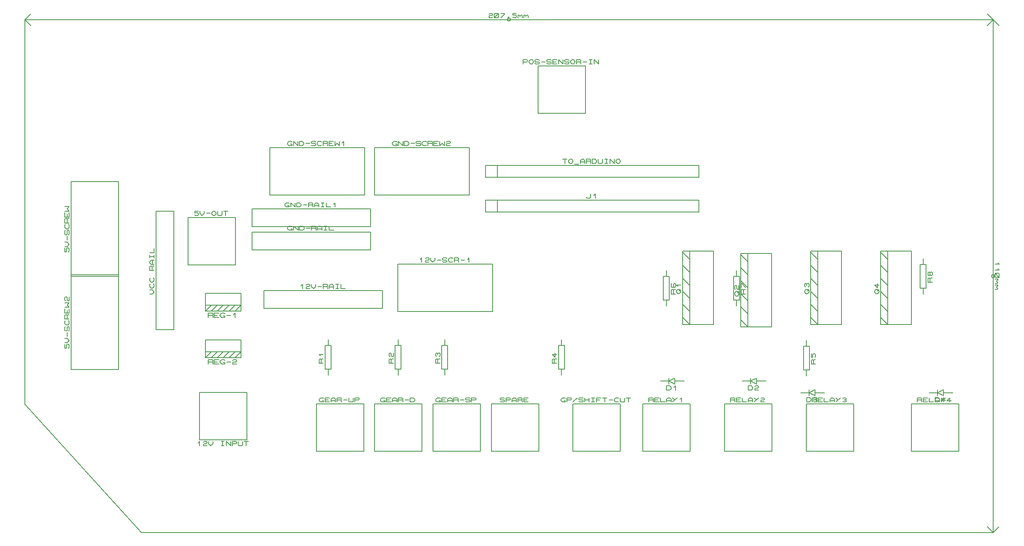
<source format=gbr>
G04 PROTEUS GERBER X2 FILE*
%TF.GenerationSoftware,Labcenter,Proteus,8.7-SP3-Build25561*%
%TF.CreationDate,2020-08-12T13:03:35+00:00*%
%TF.FileFunction,Legend,Top*%
%TF.FilePolarity,Positive*%
%TF.Part,Single*%
%TF.SameCoordinates,{83fe10cb-d733-4169-9c25-5540115bc659}*%
%FSLAX45Y45*%
%MOMM*%
G01*
%TA.AperFunction,Material*%
%ADD19C,0.203200*%
%TA.AperFunction,Profile*%
%ADD18C,0.203200*%
%TA.AperFunction,NonMaterial*%
%ADD70C,0.203200*%
%TD.AperFunction*%
D19*
X-3627000Y+8123000D02*
X+945000Y+8123000D01*
X+945000Y+8377000D01*
X-3627000Y+8377000D01*
X-3627000Y+8123000D01*
X-3373000Y+8377000D02*
X-3373000Y+8123000D01*
X-1976000Y+8509080D02*
X-1880750Y+8509080D01*
X-1928375Y+8509080D02*
X-1928375Y+8417640D01*
X-1849000Y+8478600D02*
X-1817250Y+8509080D01*
X-1785500Y+8509080D01*
X-1753750Y+8478600D01*
X-1753750Y+8448120D01*
X-1785500Y+8417640D01*
X-1817250Y+8417640D01*
X-1849000Y+8448120D01*
X-1849000Y+8478600D01*
X-1722000Y+8402400D02*
X-1626750Y+8402400D01*
X-1595000Y+8417640D02*
X-1595000Y+8478600D01*
X-1563250Y+8509080D01*
X-1531500Y+8509080D01*
X-1499750Y+8478600D01*
X-1499750Y+8417640D01*
X-1595000Y+8448120D02*
X-1499750Y+8448120D01*
X-1468000Y+8417640D02*
X-1468000Y+8509080D01*
X-1388625Y+8509080D01*
X-1372750Y+8493840D01*
X-1372750Y+8478600D01*
X-1388625Y+8463360D01*
X-1468000Y+8463360D01*
X-1388625Y+8463360D02*
X-1372750Y+8448120D01*
X-1372750Y+8417640D01*
X-1341000Y+8417640D02*
X-1341000Y+8509080D01*
X-1277500Y+8509080D01*
X-1245750Y+8478600D01*
X-1245750Y+8448120D01*
X-1277500Y+8417640D01*
X-1341000Y+8417640D01*
X-1214000Y+8509080D02*
X-1214000Y+8432880D01*
X-1198125Y+8417640D01*
X-1134625Y+8417640D01*
X-1118750Y+8432880D01*
X-1118750Y+8509080D01*
X-1071125Y+8509080D02*
X-1007625Y+8509080D01*
X-1039375Y+8509080D02*
X-1039375Y+8417640D01*
X-1071125Y+8417640D02*
X-1007625Y+8417640D01*
X-960000Y+8417640D02*
X-960000Y+8509080D01*
X-864750Y+8417640D01*
X-864750Y+8509080D01*
X-833000Y+8478600D02*
X-801250Y+8509080D01*
X-769500Y+8509080D01*
X-737750Y+8478600D01*
X-737750Y+8448120D01*
X-769500Y+8417640D01*
X-801250Y+8417640D01*
X-833000Y+8448120D01*
X-833000Y+8478600D01*
X-3627000Y+7373000D02*
X+945000Y+7373000D01*
X+945000Y+7627000D01*
X-3627000Y+7627000D01*
X-3627000Y+7373000D01*
X-3373000Y+7627000D02*
X-3373000Y+7373000D01*
X-1468000Y+7698120D02*
X-1468000Y+7682880D01*
X-1452125Y+7667640D01*
X-1388625Y+7667640D01*
X-1372750Y+7682880D01*
X-1372750Y+7759080D01*
X-1309250Y+7728600D02*
X-1277500Y+7759080D01*
X-1277500Y+7667640D01*
X-8738000Y+2492000D02*
X-8738000Y+3508000D01*
X-9754000Y+2492000D02*
X-9754000Y+3508000D01*
X-8738000Y+3508000D02*
X-9754000Y+3508000D01*
X-8738000Y+2492000D02*
X-9754000Y+2492000D01*
X-9785750Y+2420880D02*
X-9754000Y+2451360D01*
X-9754000Y+2359920D01*
X-9674625Y+2436120D02*
X-9658750Y+2451360D01*
X-9611125Y+2451360D01*
X-9595250Y+2436120D01*
X-9595250Y+2420880D01*
X-9611125Y+2405640D01*
X-9658750Y+2405640D01*
X-9674625Y+2390400D01*
X-9674625Y+2359920D01*
X-9595250Y+2359920D01*
X-9563500Y+2451360D02*
X-9563500Y+2405640D01*
X-9515875Y+2359920D01*
X-9468250Y+2405640D01*
X-9468250Y+2451360D01*
X-9293625Y+2451360D02*
X-9230125Y+2451360D01*
X-9261875Y+2451360D02*
X-9261875Y+2359920D01*
X-9293625Y+2359920D02*
X-9230125Y+2359920D01*
X-9182500Y+2359920D02*
X-9182500Y+2451360D01*
X-9087250Y+2359920D01*
X-9087250Y+2451360D01*
X-9055500Y+2359920D02*
X-9055500Y+2451360D01*
X-8976125Y+2451360D01*
X-8960250Y+2436120D01*
X-8960250Y+2420880D01*
X-8976125Y+2405640D01*
X-9055500Y+2405640D01*
X-8928500Y+2451360D02*
X-8928500Y+2375160D01*
X-8912625Y+2359920D01*
X-8849125Y+2359920D01*
X-8833250Y+2375160D01*
X-8833250Y+2451360D01*
X-8801500Y+2451360D02*
X-8706250Y+2451360D01*
X-8753875Y+2451360D02*
X-8753875Y+2359920D01*
X-9631000Y+4373000D02*
X-8869000Y+4373000D01*
X-8869000Y+4627000D01*
X-9631000Y+4627000D01*
X-9631000Y+4373000D01*
X-8869000Y+4373000D02*
X-8869000Y+4246000D01*
X-9631000Y+4246000D01*
X-9631000Y+4373000D01*
X-8869000Y+4373000D02*
X-8996000Y+4246000D01*
X-8996000Y+4373000D02*
X-9123000Y+4246000D01*
X-9123000Y+4373000D02*
X-9250000Y+4246000D01*
X-9250000Y+4373000D02*
X-9377000Y+4246000D01*
X-9377000Y+4373000D02*
X-9504000Y+4246000D01*
X-9504000Y+4373000D02*
X-9631000Y+4246000D01*
X-9567500Y+4113920D02*
X-9567500Y+4205360D01*
X-9488125Y+4205360D01*
X-9472250Y+4190120D01*
X-9472250Y+4174880D01*
X-9488125Y+4159640D01*
X-9567500Y+4159640D01*
X-9488125Y+4159640D02*
X-9472250Y+4144400D01*
X-9472250Y+4113920D01*
X-9345250Y+4113920D02*
X-9440500Y+4113920D01*
X-9440500Y+4205360D01*
X-9345250Y+4205360D01*
X-9440500Y+4159640D02*
X-9377000Y+4159640D01*
X-9250000Y+4144400D02*
X-9218250Y+4144400D01*
X-9218250Y+4113920D01*
X-9281750Y+4113920D01*
X-9313500Y+4144400D01*
X-9313500Y+4174880D01*
X-9281750Y+4205360D01*
X-9234125Y+4205360D01*
X-9218250Y+4190120D01*
X-9170625Y+4159640D02*
X-9091250Y+4159640D01*
X-9043625Y+4190120D02*
X-9027750Y+4205360D01*
X-8980125Y+4205360D01*
X-8964250Y+4190120D01*
X-8964250Y+4174880D01*
X-8980125Y+4159640D01*
X-9027750Y+4159640D01*
X-9043625Y+4144400D01*
X-9043625Y+4113920D01*
X-8964250Y+4113920D01*
X-9631000Y+5373000D02*
X-8869000Y+5373000D01*
X-8869000Y+5627000D01*
X-9631000Y+5627000D01*
X-9631000Y+5373000D01*
X-8869000Y+5373000D02*
X-8869000Y+5246000D01*
X-9631000Y+5246000D01*
X-9631000Y+5373000D01*
X-8869000Y+5373000D02*
X-8996000Y+5246000D01*
X-8996000Y+5373000D02*
X-9123000Y+5246000D01*
X-9123000Y+5373000D02*
X-9250000Y+5246000D01*
X-9250000Y+5373000D02*
X-9377000Y+5246000D01*
X-9377000Y+5373000D02*
X-9504000Y+5246000D01*
X-9504000Y+5373000D02*
X-9631000Y+5246000D01*
X-9567500Y+5113920D02*
X-9567500Y+5205360D01*
X-9488125Y+5205360D01*
X-9472250Y+5190120D01*
X-9472250Y+5174880D01*
X-9488125Y+5159640D01*
X-9567500Y+5159640D01*
X-9488125Y+5159640D02*
X-9472250Y+5144400D01*
X-9472250Y+5113920D01*
X-9345250Y+5113920D02*
X-9440500Y+5113920D01*
X-9440500Y+5205360D01*
X-9345250Y+5205360D01*
X-9440500Y+5159640D02*
X-9377000Y+5159640D01*
X-9250000Y+5144400D02*
X-9218250Y+5144400D01*
X-9218250Y+5113920D01*
X-9281750Y+5113920D01*
X-9313500Y+5144400D01*
X-9313500Y+5174880D01*
X-9281750Y+5205360D01*
X-9234125Y+5205360D01*
X-9218250Y+5190120D01*
X-9170625Y+5159640D02*
X-9091250Y+5159640D01*
X-9027750Y+5174880D02*
X-8996000Y+5205360D01*
X-8996000Y+5113920D01*
X-10690500Y+4849000D02*
X-10309500Y+4849000D01*
X-10309500Y+7389000D01*
X-10690500Y+7389000D01*
X-10690500Y+4849000D01*
X-10822580Y+5611000D02*
X-10776860Y+5611000D01*
X-10731140Y+5658625D01*
X-10776860Y+5706250D01*
X-10822580Y+5706250D01*
X-10746380Y+5833250D02*
X-10731140Y+5817375D01*
X-10731140Y+5769750D01*
X-10761620Y+5738000D01*
X-10792100Y+5738000D01*
X-10822580Y+5769750D01*
X-10822580Y+5817375D01*
X-10807340Y+5833250D01*
X-10746380Y+5960250D02*
X-10731140Y+5944375D01*
X-10731140Y+5896750D01*
X-10761620Y+5865000D01*
X-10792100Y+5865000D01*
X-10822580Y+5896750D01*
X-10822580Y+5944375D01*
X-10807340Y+5960250D01*
X-10731140Y+6119000D02*
X-10822580Y+6119000D01*
X-10822580Y+6198375D01*
X-10807340Y+6214250D01*
X-10792100Y+6214250D01*
X-10776860Y+6198375D01*
X-10776860Y+6119000D01*
X-10776860Y+6198375D02*
X-10761620Y+6214250D01*
X-10731140Y+6214250D01*
X-10731140Y+6246000D02*
X-10792100Y+6246000D01*
X-10822580Y+6277750D01*
X-10822580Y+6309500D01*
X-10792100Y+6341250D01*
X-10731140Y+6341250D01*
X-10761620Y+6246000D02*
X-10761620Y+6341250D01*
X-10822580Y+6388875D02*
X-10822580Y+6452375D01*
X-10822580Y+6420625D02*
X-10731140Y+6420625D01*
X-10731140Y+6388875D02*
X-10731140Y+6452375D01*
X-10822580Y+6500000D02*
X-10731140Y+6500000D01*
X-10731140Y+6595250D01*
X-10004000Y+7258000D02*
X-10004000Y+6242000D01*
X-8988000Y+7258000D02*
X-8988000Y+6242000D01*
X-10004000Y+6242000D02*
X-8988000Y+6242000D01*
X-10004000Y+7258000D02*
X-8988000Y+7258000D01*
X-9781750Y+7390080D02*
X-9861125Y+7390080D01*
X-9861125Y+7359600D01*
X-9797625Y+7359600D01*
X-9781750Y+7344360D01*
X-9781750Y+7313880D01*
X-9797625Y+7298640D01*
X-9845250Y+7298640D01*
X-9861125Y+7313880D01*
X-9750000Y+7390080D02*
X-9750000Y+7344360D01*
X-9702375Y+7298640D01*
X-9654750Y+7344360D01*
X-9654750Y+7390080D01*
X-9607125Y+7344360D02*
X-9527750Y+7344360D01*
X-9496000Y+7359600D02*
X-9464250Y+7390080D01*
X-9432500Y+7390080D01*
X-9400750Y+7359600D01*
X-9400750Y+7329120D01*
X-9432500Y+7298640D01*
X-9464250Y+7298640D01*
X-9496000Y+7329120D01*
X-9496000Y+7359600D01*
X-9369000Y+7390080D02*
X-9369000Y+7313880D01*
X-9353125Y+7298640D01*
X-9289625Y+7298640D01*
X-9273750Y+7313880D01*
X-9273750Y+7390080D01*
X-9242000Y+7390080D02*
X-9146750Y+7390080D01*
X-9194375Y+7390080D02*
X-9194375Y+7298640D01*
X-8377000Y+5309500D02*
X-5837000Y+5309500D01*
X-5837000Y+5690500D01*
X-8377000Y+5690500D01*
X-8377000Y+5309500D01*
X-7583250Y+5792100D02*
X-7551500Y+5822580D01*
X-7551500Y+5731140D01*
X-7472125Y+5807340D02*
X-7456250Y+5822580D01*
X-7408625Y+5822580D01*
X-7392750Y+5807340D01*
X-7392750Y+5792100D01*
X-7408625Y+5776860D01*
X-7456250Y+5776860D01*
X-7472125Y+5761620D01*
X-7472125Y+5731140D01*
X-7392750Y+5731140D01*
X-7361000Y+5822580D02*
X-7361000Y+5776860D01*
X-7313375Y+5731140D01*
X-7265750Y+5776860D01*
X-7265750Y+5822580D01*
X-7218125Y+5776860D02*
X-7138750Y+5776860D01*
X-7107000Y+5731140D02*
X-7107000Y+5822580D01*
X-7027625Y+5822580D01*
X-7011750Y+5807340D01*
X-7011750Y+5792100D01*
X-7027625Y+5776860D01*
X-7107000Y+5776860D01*
X-7027625Y+5776860D02*
X-7011750Y+5761620D01*
X-7011750Y+5731140D01*
X-6980000Y+5731140D02*
X-6980000Y+5792100D01*
X-6948250Y+5822580D01*
X-6916500Y+5822580D01*
X-6884750Y+5792100D01*
X-6884750Y+5731140D01*
X-6980000Y+5761620D02*
X-6884750Y+5761620D01*
X-6837125Y+5822580D02*
X-6773625Y+5822580D01*
X-6805375Y+5822580D02*
X-6805375Y+5731140D01*
X-6837125Y+5731140D02*
X-6773625Y+5731140D01*
X-6726000Y+5822580D02*
X-6726000Y+5731140D01*
X-6630750Y+5731140D01*
X-7254000Y+3258000D02*
X-7254000Y+2242000D01*
X-6238000Y+3258000D02*
X-6238000Y+2242000D01*
X-7254000Y+2242000D02*
X-6238000Y+2242000D01*
X-7254000Y+3258000D02*
X-6238000Y+3258000D01*
X-7127000Y+3329120D02*
X-7095250Y+3329120D01*
X-7095250Y+3298640D01*
X-7158750Y+3298640D01*
X-7190500Y+3329120D01*
X-7190500Y+3359600D01*
X-7158750Y+3390080D01*
X-7111125Y+3390080D01*
X-7095250Y+3374840D01*
X-6968250Y+3298640D02*
X-7063500Y+3298640D01*
X-7063500Y+3390080D01*
X-6968250Y+3390080D01*
X-7063500Y+3344360D02*
X-7000000Y+3344360D01*
X-6936500Y+3298640D02*
X-6936500Y+3359600D01*
X-6904750Y+3390080D01*
X-6873000Y+3390080D01*
X-6841250Y+3359600D01*
X-6841250Y+3298640D01*
X-6936500Y+3329120D02*
X-6841250Y+3329120D01*
X-6809500Y+3298640D02*
X-6809500Y+3390080D01*
X-6730125Y+3390080D01*
X-6714250Y+3374840D01*
X-6714250Y+3359600D01*
X-6730125Y+3344360D01*
X-6809500Y+3344360D01*
X-6730125Y+3344360D02*
X-6714250Y+3329120D01*
X-6714250Y+3298640D01*
X-6666625Y+3344360D02*
X-6587250Y+3344360D01*
X-6555500Y+3390080D02*
X-6555500Y+3313880D01*
X-6539625Y+3298640D01*
X-6476125Y+3298640D01*
X-6460250Y+3313880D01*
X-6460250Y+3390080D01*
X-6428500Y+3298640D02*
X-6428500Y+3390080D01*
X-6349125Y+3390080D01*
X-6333250Y+3374840D01*
X-6333250Y+3359600D01*
X-6349125Y+3344360D01*
X-6428500Y+3344360D01*
X-6004000Y+3258000D02*
X-6004000Y+2242000D01*
X-4988000Y+3258000D02*
X-4988000Y+2242000D01*
X-6004000Y+2242000D02*
X-4988000Y+2242000D01*
X-6004000Y+3258000D02*
X-4988000Y+3258000D01*
X-5813500Y+3329120D02*
X-5781750Y+3329120D01*
X-5781750Y+3298640D01*
X-5845250Y+3298640D01*
X-5877000Y+3329120D01*
X-5877000Y+3359600D01*
X-5845250Y+3390080D01*
X-5797625Y+3390080D01*
X-5781750Y+3374840D01*
X-5654750Y+3298640D02*
X-5750000Y+3298640D01*
X-5750000Y+3390080D01*
X-5654750Y+3390080D01*
X-5750000Y+3344360D02*
X-5686500Y+3344360D01*
X-5623000Y+3298640D02*
X-5623000Y+3359600D01*
X-5591250Y+3390080D01*
X-5559500Y+3390080D01*
X-5527750Y+3359600D01*
X-5527750Y+3298640D01*
X-5623000Y+3329120D02*
X-5527750Y+3329120D01*
X-5496000Y+3298640D02*
X-5496000Y+3390080D01*
X-5416625Y+3390080D01*
X-5400750Y+3374840D01*
X-5400750Y+3359600D01*
X-5416625Y+3344360D01*
X-5496000Y+3344360D01*
X-5416625Y+3344360D02*
X-5400750Y+3329120D01*
X-5400750Y+3298640D01*
X-5353125Y+3344360D02*
X-5273750Y+3344360D01*
X-5242000Y+3298640D02*
X-5242000Y+3390080D01*
X-5178500Y+3390080D01*
X-5146750Y+3359600D01*
X-5146750Y+3329120D01*
X-5178500Y+3298640D01*
X-5242000Y+3298640D01*
X-4754000Y+3258000D02*
X-4754000Y+2242000D01*
X-3738000Y+3258000D02*
X-3738000Y+2242000D01*
X-4754000Y+2242000D02*
X-3738000Y+2242000D01*
X-4754000Y+3258000D02*
X-3738000Y+3258000D01*
X-4627000Y+3329120D02*
X-4595250Y+3329120D01*
X-4595250Y+3298640D01*
X-4658750Y+3298640D01*
X-4690500Y+3329120D01*
X-4690500Y+3359600D01*
X-4658750Y+3390080D01*
X-4611125Y+3390080D01*
X-4595250Y+3374840D01*
X-4468250Y+3298640D02*
X-4563500Y+3298640D01*
X-4563500Y+3390080D01*
X-4468250Y+3390080D01*
X-4563500Y+3344360D02*
X-4500000Y+3344360D01*
X-4436500Y+3298640D02*
X-4436500Y+3359600D01*
X-4404750Y+3390080D01*
X-4373000Y+3390080D01*
X-4341250Y+3359600D01*
X-4341250Y+3298640D01*
X-4436500Y+3329120D02*
X-4341250Y+3329120D01*
X-4309500Y+3298640D02*
X-4309500Y+3390080D01*
X-4230125Y+3390080D01*
X-4214250Y+3374840D01*
X-4214250Y+3359600D01*
X-4230125Y+3344360D01*
X-4309500Y+3344360D01*
X-4230125Y+3344360D02*
X-4214250Y+3329120D01*
X-4214250Y+3298640D01*
X-4166625Y+3344360D02*
X-4087250Y+3344360D01*
X-4055500Y+3313880D02*
X-4039625Y+3298640D01*
X-3976125Y+3298640D01*
X-3960250Y+3313880D01*
X-3960250Y+3329120D01*
X-3976125Y+3344360D01*
X-4039625Y+3344360D01*
X-4055500Y+3359600D01*
X-4055500Y+3374840D01*
X-4039625Y+3390080D01*
X-3976125Y+3390080D01*
X-3960250Y+3374840D01*
X-3928500Y+3298640D02*
X-3928500Y+3390080D01*
X-3849125Y+3390080D01*
X-3833250Y+3374840D01*
X-3833250Y+3359600D01*
X-3849125Y+3344360D01*
X-3928500Y+3344360D01*
X-8627000Y+6559500D02*
X-6087000Y+6559500D01*
X-6087000Y+6940500D01*
X-8627000Y+6940500D01*
X-8627000Y+6559500D01*
X-7801500Y+7011620D02*
X-7769750Y+7011620D01*
X-7769750Y+6981140D01*
X-7833250Y+6981140D01*
X-7865000Y+7011620D01*
X-7865000Y+7042100D01*
X-7833250Y+7072580D01*
X-7785625Y+7072580D01*
X-7769750Y+7057340D01*
X-7738000Y+6981140D02*
X-7738000Y+7072580D01*
X-7642750Y+6981140D01*
X-7642750Y+7072580D01*
X-7611000Y+6981140D02*
X-7611000Y+7072580D01*
X-7547500Y+7072580D01*
X-7515750Y+7042100D01*
X-7515750Y+7011620D01*
X-7547500Y+6981140D01*
X-7611000Y+6981140D01*
X-7468125Y+7026860D02*
X-7388750Y+7026860D01*
X-7357000Y+6981140D02*
X-7357000Y+7072580D01*
X-7277625Y+7072580D01*
X-7261750Y+7057340D01*
X-7261750Y+7042100D01*
X-7277625Y+7026860D01*
X-7357000Y+7026860D01*
X-7277625Y+7026860D02*
X-7261750Y+7011620D01*
X-7261750Y+6981140D01*
X-7230000Y+6981140D02*
X-7230000Y+7042100D01*
X-7198250Y+7072580D01*
X-7166500Y+7072580D01*
X-7134750Y+7042100D01*
X-7134750Y+6981140D01*
X-7230000Y+7011620D02*
X-7134750Y+7011620D01*
X-7087125Y+7072580D02*
X-7023625Y+7072580D01*
X-7055375Y+7072580D02*
X-7055375Y+6981140D01*
X-7087125Y+6981140D02*
X-7023625Y+6981140D01*
X-6976000Y+7072580D02*
X-6976000Y+6981140D01*
X-6880750Y+6981140D01*
X-8627000Y+7059500D02*
X-6087000Y+7059500D01*
X-6087000Y+7440500D01*
X-8627000Y+7440500D01*
X-8627000Y+7059500D01*
X-7865000Y+7511620D02*
X-7833250Y+7511620D01*
X-7833250Y+7481140D01*
X-7896750Y+7481140D01*
X-7928500Y+7511620D01*
X-7928500Y+7542100D01*
X-7896750Y+7572580D01*
X-7849125Y+7572580D01*
X-7833250Y+7557340D01*
X-7801500Y+7481140D02*
X-7801500Y+7572580D01*
X-7706250Y+7481140D01*
X-7706250Y+7572580D01*
X-7674500Y+7481140D02*
X-7674500Y+7572580D01*
X-7611000Y+7572580D01*
X-7579250Y+7542100D01*
X-7579250Y+7511620D01*
X-7611000Y+7481140D01*
X-7674500Y+7481140D01*
X-7531625Y+7526860D02*
X-7452250Y+7526860D01*
X-7420500Y+7481140D02*
X-7420500Y+7572580D01*
X-7341125Y+7572580D01*
X-7325250Y+7557340D01*
X-7325250Y+7542100D01*
X-7341125Y+7526860D01*
X-7420500Y+7526860D01*
X-7341125Y+7526860D02*
X-7325250Y+7511620D01*
X-7325250Y+7481140D01*
X-7293500Y+7481140D02*
X-7293500Y+7542100D01*
X-7261750Y+7572580D01*
X-7230000Y+7572580D01*
X-7198250Y+7542100D01*
X-7198250Y+7481140D01*
X-7293500Y+7511620D02*
X-7198250Y+7511620D01*
X-7150625Y+7572580D02*
X-7087125Y+7572580D01*
X-7118875Y+7572580D02*
X-7118875Y+7481140D01*
X-7150625Y+7481140D02*
X-7087125Y+7481140D01*
X-7039500Y+7572580D02*
X-7039500Y+7481140D01*
X-6944250Y+7481140D01*
X-6880750Y+7542100D02*
X-6849000Y+7572580D01*
X-6849000Y+7481140D01*
X-1754000Y+3258000D02*
X-1754000Y+2242000D01*
X-738000Y+3258000D02*
X-738000Y+2242000D01*
X-1754000Y+2242000D02*
X-738000Y+2242000D01*
X-1754000Y+3258000D02*
X-738000Y+3258000D01*
X-1944500Y+3329120D02*
X-1912750Y+3329120D01*
X-1912750Y+3298640D01*
X-1976250Y+3298640D01*
X-2008000Y+3329120D01*
X-2008000Y+3359600D01*
X-1976250Y+3390080D01*
X-1928625Y+3390080D01*
X-1912750Y+3374840D01*
X-1881000Y+3298640D02*
X-1881000Y+3390080D01*
X-1801625Y+3390080D01*
X-1785750Y+3374840D01*
X-1785750Y+3359600D01*
X-1801625Y+3344360D01*
X-1881000Y+3344360D01*
X-1658750Y+3390080D02*
X-1754000Y+3298640D01*
X-1627000Y+3313880D02*
X-1611125Y+3298640D01*
X-1547625Y+3298640D01*
X-1531750Y+3313880D01*
X-1531750Y+3329120D01*
X-1547625Y+3344360D01*
X-1611125Y+3344360D01*
X-1627000Y+3359600D01*
X-1627000Y+3374840D01*
X-1611125Y+3390080D01*
X-1547625Y+3390080D01*
X-1531750Y+3374840D01*
X-1500000Y+3298640D02*
X-1500000Y+3390080D01*
X-1404750Y+3390080D02*
X-1404750Y+3298640D01*
X-1500000Y+3344360D02*
X-1404750Y+3344360D01*
X-1357125Y+3390080D02*
X-1293625Y+3390080D01*
X-1325375Y+3390080D02*
X-1325375Y+3298640D01*
X-1357125Y+3298640D02*
X-1293625Y+3298640D01*
X-1246000Y+3298640D02*
X-1246000Y+3390080D01*
X-1150750Y+3390080D01*
X-1246000Y+3344360D02*
X-1182500Y+3344360D01*
X-1119000Y+3390080D02*
X-1023750Y+3390080D01*
X-1071375Y+3390080D02*
X-1071375Y+3298640D01*
X-976125Y+3344360D02*
X-896750Y+3344360D01*
X-769750Y+3313880D02*
X-785625Y+3298640D01*
X-833250Y+3298640D01*
X-865000Y+3329120D01*
X-865000Y+3359600D01*
X-833250Y+3390080D01*
X-785625Y+3390080D01*
X-769750Y+3374840D01*
X-738000Y+3390080D02*
X-738000Y+3313880D01*
X-722125Y+3298640D01*
X-658625Y+3298640D01*
X-642750Y+3313880D01*
X-642750Y+3390080D01*
X-611000Y+3390080D02*
X-515750Y+3390080D01*
X-563375Y+3390080D02*
X-563375Y+3298640D01*
X-6004000Y+8758000D02*
X-6004000Y+7742000D01*
X-3972000Y+8758000D02*
X-3972000Y+7742000D01*
X-6004000Y+7742000D01*
X-6004000Y+8758000D02*
X-3972000Y+8758000D01*
X-5559500Y+8829120D02*
X-5527750Y+8829120D01*
X-5527750Y+8798640D01*
X-5591250Y+8798640D01*
X-5623000Y+8829120D01*
X-5623000Y+8859600D01*
X-5591250Y+8890080D01*
X-5543625Y+8890080D01*
X-5527750Y+8874840D01*
X-5496000Y+8798640D02*
X-5496000Y+8890080D01*
X-5400750Y+8798640D01*
X-5400750Y+8890080D01*
X-5369000Y+8798640D02*
X-5369000Y+8890080D01*
X-5305500Y+8890080D01*
X-5273750Y+8859600D01*
X-5273750Y+8829120D01*
X-5305500Y+8798640D01*
X-5369000Y+8798640D01*
X-5226125Y+8844360D02*
X-5146750Y+8844360D01*
X-5115000Y+8813880D02*
X-5099125Y+8798640D01*
X-5035625Y+8798640D01*
X-5019750Y+8813880D01*
X-5019750Y+8829120D01*
X-5035625Y+8844360D01*
X-5099125Y+8844360D01*
X-5115000Y+8859600D01*
X-5115000Y+8874840D01*
X-5099125Y+8890080D01*
X-5035625Y+8890080D01*
X-5019750Y+8874840D01*
X-4892750Y+8813880D02*
X-4908625Y+8798640D01*
X-4956250Y+8798640D01*
X-4988000Y+8829120D01*
X-4988000Y+8859600D01*
X-4956250Y+8890080D01*
X-4908625Y+8890080D01*
X-4892750Y+8874840D01*
X-4861000Y+8798640D02*
X-4861000Y+8890080D01*
X-4781625Y+8890080D01*
X-4765750Y+8874840D01*
X-4765750Y+8859600D01*
X-4781625Y+8844360D01*
X-4861000Y+8844360D01*
X-4781625Y+8844360D02*
X-4765750Y+8829120D01*
X-4765750Y+8798640D01*
X-4638750Y+8798640D02*
X-4734000Y+8798640D01*
X-4734000Y+8890080D01*
X-4638750Y+8890080D01*
X-4734000Y+8844360D02*
X-4670500Y+8844360D01*
X-4607000Y+8890080D02*
X-4607000Y+8798640D01*
X-4559375Y+8844360D01*
X-4511750Y+8798640D01*
X-4511750Y+8890080D01*
X-4464125Y+8874840D02*
X-4448250Y+8890080D01*
X-4400625Y+8890080D01*
X-4384750Y+8874840D01*
X-4384750Y+8859600D01*
X-4400625Y+8844360D01*
X-4448250Y+8844360D01*
X-4464125Y+8829120D01*
X-4464125Y+8798640D01*
X-4384750Y+8798640D01*
X-8254000Y+8758000D02*
X-8254000Y+7742000D01*
X-6222000Y+8758000D02*
X-6222000Y+7742000D01*
X-8254000Y+7742000D01*
X-8254000Y+8758000D02*
X-6222000Y+8758000D01*
X-7809500Y+8829120D02*
X-7777750Y+8829120D01*
X-7777750Y+8798640D01*
X-7841250Y+8798640D01*
X-7873000Y+8829120D01*
X-7873000Y+8859600D01*
X-7841250Y+8890080D01*
X-7793625Y+8890080D01*
X-7777750Y+8874840D01*
X-7746000Y+8798640D02*
X-7746000Y+8890080D01*
X-7650750Y+8798640D01*
X-7650750Y+8890080D01*
X-7619000Y+8798640D02*
X-7619000Y+8890080D01*
X-7555500Y+8890080D01*
X-7523750Y+8859600D01*
X-7523750Y+8829120D01*
X-7555500Y+8798640D01*
X-7619000Y+8798640D01*
X-7476125Y+8844360D02*
X-7396750Y+8844360D01*
X-7365000Y+8813880D02*
X-7349125Y+8798640D01*
X-7285625Y+8798640D01*
X-7269750Y+8813880D01*
X-7269750Y+8829120D01*
X-7285625Y+8844360D01*
X-7349125Y+8844360D01*
X-7365000Y+8859600D01*
X-7365000Y+8874840D01*
X-7349125Y+8890080D01*
X-7285625Y+8890080D01*
X-7269750Y+8874840D01*
X-7142750Y+8813880D02*
X-7158625Y+8798640D01*
X-7206250Y+8798640D01*
X-7238000Y+8829120D01*
X-7238000Y+8859600D01*
X-7206250Y+8890080D01*
X-7158625Y+8890080D01*
X-7142750Y+8874840D01*
X-7111000Y+8798640D02*
X-7111000Y+8890080D01*
X-7031625Y+8890080D01*
X-7015750Y+8874840D01*
X-7015750Y+8859600D01*
X-7031625Y+8844360D01*
X-7111000Y+8844360D01*
X-7031625Y+8844360D02*
X-7015750Y+8829120D01*
X-7015750Y+8798640D01*
X-6888750Y+8798640D02*
X-6984000Y+8798640D01*
X-6984000Y+8890080D01*
X-6888750Y+8890080D01*
X-6984000Y+8844360D02*
X-6920500Y+8844360D01*
X-6857000Y+8890080D02*
X-6857000Y+8798640D01*
X-6809375Y+8844360D01*
X-6761750Y+8798640D01*
X-6761750Y+8890080D01*
X-6698250Y+8859600D02*
X-6666500Y+8890080D01*
X-6666500Y+8798640D01*
X-12508000Y+5996000D02*
X-11492000Y+5996000D01*
X-12508000Y+8028000D02*
X-11492000Y+8028000D01*
X-11492000Y+5996000D01*
X-12508000Y+5996000D02*
X-12508000Y+8028000D01*
X-12640080Y+6599250D02*
X-12640080Y+6519875D01*
X-12609600Y+6519875D01*
X-12609600Y+6583375D01*
X-12594360Y+6599250D01*
X-12563880Y+6599250D01*
X-12548640Y+6583375D01*
X-12548640Y+6535750D01*
X-12563880Y+6519875D01*
X-12640080Y+6631000D02*
X-12594360Y+6631000D01*
X-12548640Y+6678625D01*
X-12594360Y+6726250D01*
X-12640080Y+6726250D01*
X-12594360Y+6773875D02*
X-12594360Y+6853250D01*
X-12563880Y+6885000D02*
X-12548640Y+6900875D01*
X-12548640Y+6964375D01*
X-12563880Y+6980250D01*
X-12579120Y+6980250D01*
X-12594360Y+6964375D01*
X-12594360Y+6900875D01*
X-12609600Y+6885000D01*
X-12624840Y+6885000D01*
X-12640080Y+6900875D01*
X-12640080Y+6964375D01*
X-12624840Y+6980250D01*
X-12563880Y+7107250D02*
X-12548640Y+7091375D01*
X-12548640Y+7043750D01*
X-12579120Y+7012000D01*
X-12609600Y+7012000D01*
X-12640080Y+7043750D01*
X-12640080Y+7091375D01*
X-12624840Y+7107250D01*
X-12548640Y+7139000D02*
X-12640080Y+7139000D01*
X-12640080Y+7218375D01*
X-12624840Y+7234250D01*
X-12609600Y+7234250D01*
X-12594360Y+7218375D01*
X-12594360Y+7139000D01*
X-12594360Y+7218375D02*
X-12579120Y+7234250D01*
X-12548640Y+7234250D01*
X-12548640Y+7361250D02*
X-12548640Y+7266000D01*
X-12640080Y+7266000D01*
X-12640080Y+7361250D01*
X-12594360Y+7266000D02*
X-12594360Y+7329500D01*
X-12640080Y+7393000D02*
X-12548640Y+7393000D01*
X-12594360Y+7440625D01*
X-12548640Y+7488250D01*
X-12640080Y+7488250D01*
X-12508000Y+3996000D02*
X-11492000Y+3996000D01*
X-12508000Y+6028000D02*
X-11492000Y+6028000D01*
X-11492000Y+3996000D01*
X-12508000Y+3996000D02*
X-12508000Y+6028000D01*
X-12640080Y+4535750D02*
X-12640080Y+4456375D01*
X-12609600Y+4456375D01*
X-12609600Y+4519875D01*
X-12594360Y+4535750D01*
X-12563880Y+4535750D01*
X-12548640Y+4519875D01*
X-12548640Y+4472250D01*
X-12563880Y+4456375D01*
X-12640080Y+4567500D02*
X-12594360Y+4567500D01*
X-12548640Y+4615125D01*
X-12594360Y+4662750D01*
X-12640080Y+4662750D01*
X-12594360Y+4710375D02*
X-12594360Y+4789750D01*
X-12563880Y+4821500D02*
X-12548640Y+4837375D01*
X-12548640Y+4900875D01*
X-12563880Y+4916750D01*
X-12579120Y+4916750D01*
X-12594360Y+4900875D01*
X-12594360Y+4837375D01*
X-12609600Y+4821500D01*
X-12624840Y+4821500D01*
X-12640080Y+4837375D01*
X-12640080Y+4900875D01*
X-12624840Y+4916750D01*
X-12563880Y+5043750D02*
X-12548640Y+5027875D01*
X-12548640Y+4980250D01*
X-12579120Y+4948500D01*
X-12609600Y+4948500D01*
X-12640080Y+4980250D01*
X-12640080Y+5027875D01*
X-12624840Y+5043750D01*
X-12548640Y+5075500D02*
X-12640080Y+5075500D01*
X-12640080Y+5154875D01*
X-12624840Y+5170750D01*
X-12609600Y+5170750D01*
X-12594360Y+5154875D01*
X-12594360Y+5075500D01*
X-12594360Y+5154875D02*
X-12579120Y+5170750D01*
X-12548640Y+5170750D01*
X-12548640Y+5297750D02*
X-12548640Y+5202500D01*
X-12640080Y+5202500D01*
X-12640080Y+5297750D01*
X-12594360Y+5202500D02*
X-12594360Y+5266000D01*
X-12640080Y+5329500D02*
X-12548640Y+5329500D01*
X-12594360Y+5377125D01*
X-12548640Y+5424750D01*
X-12640080Y+5424750D01*
X-12624840Y+5472375D02*
X-12640080Y+5488250D01*
X-12640080Y+5535875D01*
X-12624840Y+5551750D01*
X-12609600Y+5551750D01*
X-12594360Y+5535875D01*
X-12594360Y+5488250D01*
X-12579120Y+5472375D01*
X-12548640Y+5472375D01*
X-12548640Y+5551750D01*
X-2504000Y+10508000D02*
X-2504000Y+9492000D01*
X-1488000Y+10508000D02*
X-1488000Y+9492000D01*
X-2504000Y+9492000D02*
X-1488000Y+9492000D01*
X-2504000Y+10508000D02*
X-1488000Y+10508000D01*
X-2821500Y+10548640D02*
X-2821500Y+10640080D01*
X-2742125Y+10640080D01*
X-2726250Y+10624840D01*
X-2726250Y+10609600D01*
X-2742125Y+10594360D01*
X-2821500Y+10594360D01*
X-2694500Y+10609600D02*
X-2662750Y+10640080D01*
X-2631000Y+10640080D01*
X-2599250Y+10609600D01*
X-2599250Y+10579120D01*
X-2631000Y+10548640D01*
X-2662750Y+10548640D01*
X-2694500Y+10579120D01*
X-2694500Y+10609600D01*
X-2567500Y+10563880D02*
X-2551625Y+10548640D01*
X-2488125Y+10548640D01*
X-2472250Y+10563880D01*
X-2472250Y+10579120D01*
X-2488125Y+10594360D01*
X-2551625Y+10594360D01*
X-2567500Y+10609600D01*
X-2567500Y+10624840D01*
X-2551625Y+10640080D01*
X-2488125Y+10640080D01*
X-2472250Y+10624840D01*
X-2424625Y+10594360D02*
X-2345250Y+10594360D01*
X-2313500Y+10563880D02*
X-2297625Y+10548640D01*
X-2234125Y+10548640D01*
X-2218250Y+10563880D01*
X-2218250Y+10579120D01*
X-2234125Y+10594360D01*
X-2297625Y+10594360D01*
X-2313500Y+10609600D01*
X-2313500Y+10624840D01*
X-2297625Y+10640080D01*
X-2234125Y+10640080D01*
X-2218250Y+10624840D01*
X-2091250Y+10548640D02*
X-2186500Y+10548640D01*
X-2186500Y+10640080D01*
X-2091250Y+10640080D01*
X-2186500Y+10594360D02*
X-2123000Y+10594360D01*
X-2059500Y+10548640D02*
X-2059500Y+10640080D01*
X-1964250Y+10548640D01*
X-1964250Y+10640080D01*
X-1932500Y+10563880D02*
X-1916625Y+10548640D01*
X-1853125Y+10548640D01*
X-1837250Y+10563880D01*
X-1837250Y+10579120D01*
X-1853125Y+10594360D01*
X-1916625Y+10594360D01*
X-1932500Y+10609600D01*
X-1932500Y+10624840D01*
X-1916625Y+10640080D01*
X-1853125Y+10640080D01*
X-1837250Y+10624840D01*
X-1805500Y+10609600D02*
X-1773750Y+10640080D01*
X-1742000Y+10640080D01*
X-1710250Y+10609600D01*
X-1710250Y+10579120D01*
X-1742000Y+10548640D01*
X-1773750Y+10548640D01*
X-1805500Y+10579120D01*
X-1805500Y+10609600D01*
X-1678500Y+10548640D02*
X-1678500Y+10640080D01*
X-1599125Y+10640080D01*
X-1583250Y+10624840D01*
X-1583250Y+10609600D01*
X-1599125Y+10594360D01*
X-1678500Y+10594360D01*
X-1599125Y+10594360D02*
X-1583250Y+10579120D01*
X-1583250Y+10548640D01*
X-1535625Y+10594360D02*
X-1456250Y+10594360D01*
X-1408625Y+10640080D02*
X-1345125Y+10640080D01*
X-1376875Y+10640080D02*
X-1376875Y+10548640D01*
X-1408625Y+10548640D02*
X-1345125Y+10548640D01*
X-1297500Y+10548640D02*
X-1297500Y+10640080D01*
X-1202250Y+10548640D01*
X-1202250Y+10640080D01*
X-7000000Y+3877000D02*
X-7000000Y+4004000D01*
X-7063500Y+4004000D02*
X-6936500Y+4004000D01*
X-6936500Y+4512000D01*
X-7063500Y+4512000D01*
X-7063500Y+4004000D01*
X-7000000Y+4512000D02*
X-7000000Y+4639000D01*
X-7104140Y+4131000D02*
X-7195580Y+4131000D01*
X-7195580Y+4210375D01*
X-7180340Y+4226250D01*
X-7165100Y+4226250D01*
X-7149860Y+4210375D01*
X-7149860Y+4131000D01*
X-7149860Y+4210375D02*
X-7134620Y+4226250D01*
X-7104140Y+4226250D01*
X-7165100Y+4289750D02*
X-7195580Y+4321500D01*
X-7104140Y+4321500D01*
X-5500000Y+3877000D02*
X-5500000Y+4004000D01*
X-5563500Y+4004000D02*
X-5436500Y+4004000D01*
X-5436500Y+4512000D01*
X-5563500Y+4512000D01*
X-5563500Y+4004000D01*
X-5500000Y+4512000D02*
X-5500000Y+4639000D01*
X-5604140Y+4131000D02*
X-5695580Y+4131000D01*
X-5695580Y+4210375D01*
X-5680340Y+4226250D01*
X-5665100Y+4226250D01*
X-5649860Y+4210375D01*
X-5649860Y+4131000D01*
X-5649860Y+4210375D02*
X-5634620Y+4226250D01*
X-5604140Y+4226250D01*
X-5680340Y+4273875D02*
X-5695580Y+4289750D01*
X-5695580Y+4337375D01*
X-5680340Y+4353250D01*
X-5665100Y+4353250D01*
X-5649860Y+4337375D01*
X-5649860Y+4289750D01*
X-5634620Y+4273875D01*
X-5604140Y+4273875D01*
X-5604140Y+4353250D01*
X-4500000Y+3877000D02*
X-4500000Y+4004000D01*
X-4563500Y+4004000D02*
X-4436500Y+4004000D01*
X-4436500Y+4512000D01*
X-4563500Y+4512000D01*
X-4563500Y+4004000D01*
X-4500000Y+4512000D02*
X-4500000Y+4639000D01*
X-4604140Y+4131000D02*
X-4695580Y+4131000D01*
X-4695580Y+4210375D01*
X-4680340Y+4226250D01*
X-4665100Y+4226250D01*
X-4649860Y+4210375D01*
X-4649860Y+4131000D01*
X-4649860Y+4210375D02*
X-4634620Y+4226250D01*
X-4604140Y+4226250D01*
X-4680340Y+4273875D02*
X-4695580Y+4289750D01*
X-4695580Y+4337375D01*
X-4680340Y+4353250D01*
X-4665100Y+4353250D01*
X-4649860Y+4337375D01*
X-4634620Y+4353250D01*
X-4619380Y+4353250D01*
X-4604140Y+4337375D01*
X-4604140Y+4289750D01*
X-4619380Y+4273875D01*
X-4649860Y+4305625D02*
X-4649860Y+4337375D01*
X-3504000Y+3258000D02*
X-3504000Y+2242000D01*
X-2488000Y+3258000D02*
X-2488000Y+2242000D01*
X-3504000Y+2242000D02*
X-2488000Y+2242000D01*
X-3504000Y+3258000D02*
X-2488000Y+3258000D01*
X-3313500Y+3313880D02*
X-3297625Y+3298640D01*
X-3234125Y+3298640D01*
X-3218250Y+3313880D01*
X-3218250Y+3329120D01*
X-3234125Y+3344360D01*
X-3297625Y+3344360D01*
X-3313500Y+3359600D01*
X-3313500Y+3374840D01*
X-3297625Y+3390080D01*
X-3234125Y+3390080D01*
X-3218250Y+3374840D01*
X-3186500Y+3298640D02*
X-3186500Y+3390080D01*
X-3107125Y+3390080D01*
X-3091250Y+3374840D01*
X-3091250Y+3359600D01*
X-3107125Y+3344360D01*
X-3186500Y+3344360D01*
X-3059500Y+3298640D02*
X-3059500Y+3359600D01*
X-3027750Y+3390080D01*
X-2996000Y+3390080D01*
X-2964250Y+3359600D01*
X-2964250Y+3298640D01*
X-3059500Y+3329120D02*
X-2964250Y+3329120D01*
X-2932500Y+3298640D02*
X-2932500Y+3390080D01*
X-2853125Y+3390080D01*
X-2837250Y+3374840D01*
X-2837250Y+3359600D01*
X-2853125Y+3344360D01*
X-2932500Y+3344360D01*
X-2853125Y+3344360D02*
X-2837250Y+3329120D01*
X-2837250Y+3298640D01*
X-2710250Y+3298640D02*
X-2805500Y+3298640D01*
X-2805500Y+3390080D01*
X-2710250Y+3390080D01*
X-2805500Y+3344360D02*
X-2742000Y+3344360D01*
X-2000000Y+3877000D02*
X-2000000Y+4004000D01*
X-2063500Y+4004000D02*
X-1936500Y+4004000D01*
X-1936500Y+4512000D01*
X-2063500Y+4512000D01*
X-2063500Y+4004000D01*
X-2000000Y+4512000D02*
X-2000000Y+4639000D01*
X-2104140Y+4131000D02*
X-2195580Y+4131000D01*
X-2195580Y+4210375D01*
X-2180340Y+4226250D01*
X-2165100Y+4226250D01*
X-2149860Y+4210375D01*
X-2149860Y+4131000D01*
X-2149860Y+4210375D02*
X-2134620Y+4226250D01*
X-2104140Y+4226250D01*
X-2134620Y+4353250D02*
X-2134620Y+4258000D01*
X-2195580Y+4321500D01*
X-2104140Y+4321500D01*
X-254000Y+3258000D02*
X-254000Y+2242000D01*
X+762000Y+3258000D02*
X+762000Y+2242000D01*
X-254000Y+2242000D02*
X+762000Y+2242000D01*
X-254000Y+3258000D02*
X+762000Y+3258000D01*
X-127000Y+3298640D02*
X-127000Y+3390080D01*
X-47625Y+3390080D01*
X-31750Y+3374840D01*
X-31750Y+3359600D01*
X-47625Y+3344360D01*
X-127000Y+3344360D01*
X-47625Y+3344360D02*
X-31750Y+3329120D01*
X-31750Y+3298640D01*
X+95250Y+3298640D02*
X+0Y+3298640D01*
X+0Y+3390080D01*
X+95250Y+3390080D01*
X+0Y+3344360D02*
X+63500Y+3344360D01*
X+127000Y+3390080D02*
X+127000Y+3298640D01*
X+222250Y+3298640D01*
X+254000Y+3298640D02*
X+254000Y+3359600D01*
X+285750Y+3390080D01*
X+317500Y+3390080D01*
X+349250Y+3359600D01*
X+349250Y+3298640D01*
X+254000Y+3329120D02*
X+349250Y+3329120D01*
X+476250Y+3390080D02*
X+381000Y+3298640D01*
X+381000Y+3390080D02*
X+428625Y+3344360D01*
X+539750Y+3359600D02*
X+571500Y+3390080D01*
X+571500Y+3298640D01*
X+1496000Y+3258000D02*
X+1496000Y+2242000D01*
X+2512000Y+3258000D02*
X+2512000Y+2242000D01*
X+1496000Y+2242000D02*
X+2512000Y+2242000D01*
X+1496000Y+3258000D02*
X+2512000Y+3258000D01*
X+1623000Y+3298640D02*
X+1623000Y+3390080D01*
X+1702375Y+3390080D01*
X+1718250Y+3374840D01*
X+1718250Y+3359600D01*
X+1702375Y+3344360D01*
X+1623000Y+3344360D01*
X+1702375Y+3344360D02*
X+1718250Y+3329120D01*
X+1718250Y+3298640D01*
X+1845250Y+3298640D02*
X+1750000Y+3298640D01*
X+1750000Y+3390080D01*
X+1845250Y+3390080D01*
X+1750000Y+3344360D02*
X+1813500Y+3344360D01*
X+1877000Y+3390080D02*
X+1877000Y+3298640D01*
X+1972250Y+3298640D01*
X+2004000Y+3298640D02*
X+2004000Y+3359600D01*
X+2035750Y+3390080D01*
X+2067500Y+3390080D01*
X+2099250Y+3359600D01*
X+2099250Y+3298640D01*
X+2004000Y+3329120D02*
X+2099250Y+3329120D01*
X+2226250Y+3390080D02*
X+2131000Y+3298640D01*
X+2131000Y+3390080D02*
X+2178625Y+3344360D01*
X+2273875Y+3374840D02*
X+2289750Y+3390080D01*
X+2337375Y+3390080D01*
X+2353250Y+3374840D01*
X+2353250Y+3359600D01*
X+2337375Y+3344360D01*
X+2289750Y+3344360D01*
X+2273875Y+3329120D01*
X+2273875Y+3298640D01*
X+2353250Y+3298640D01*
X+3246000Y+3258000D02*
X+3246000Y+2242000D01*
X+4262000Y+3258000D02*
X+4262000Y+2242000D01*
X+3246000Y+2242000D02*
X+4262000Y+2242000D01*
X+3246000Y+3258000D02*
X+4262000Y+3258000D01*
X+3373000Y+3298640D02*
X+3373000Y+3390080D01*
X+3452375Y+3390080D01*
X+3468250Y+3374840D01*
X+3468250Y+3359600D01*
X+3452375Y+3344360D01*
X+3373000Y+3344360D01*
X+3452375Y+3344360D02*
X+3468250Y+3329120D01*
X+3468250Y+3298640D01*
X+3595250Y+3298640D02*
X+3500000Y+3298640D01*
X+3500000Y+3390080D01*
X+3595250Y+3390080D01*
X+3500000Y+3344360D02*
X+3563500Y+3344360D01*
X+3627000Y+3390080D02*
X+3627000Y+3298640D01*
X+3722250Y+3298640D01*
X+3754000Y+3298640D02*
X+3754000Y+3359600D01*
X+3785750Y+3390080D01*
X+3817500Y+3390080D01*
X+3849250Y+3359600D01*
X+3849250Y+3298640D01*
X+3754000Y+3329120D02*
X+3849250Y+3329120D01*
X+3976250Y+3390080D02*
X+3881000Y+3298640D01*
X+3881000Y+3390080D02*
X+3928625Y+3344360D01*
X+4023875Y+3374840D02*
X+4039750Y+3390080D01*
X+4087375Y+3390080D01*
X+4103250Y+3374840D01*
X+4103250Y+3359600D01*
X+4087375Y+3344360D01*
X+4103250Y+3329120D01*
X+4103250Y+3313880D01*
X+4087375Y+3298640D01*
X+4039750Y+3298640D01*
X+4023875Y+3313880D01*
X+4055625Y+3344360D02*
X+4087375Y+3344360D01*
X+5496000Y+3258000D02*
X+5496000Y+2242000D01*
X+6512000Y+3258000D02*
X+6512000Y+2242000D01*
X+5496000Y+2242000D02*
X+6512000Y+2242000D01*
X+5496000Y+3258000D02*
X+6512000Y+3258000D01*
X+5623000Y+3298640D02*
X+5623000Y+3390080D01*
X+5702375Y+3390080D01*
X+5718250Y+3374840D01*
X+5718250Y+3359600D01*
X+5702375Y+3344360D01*
X+5623000Y+3344360D01*
X+5702375Y+3344360D02*
X+5718250Y+3329120D01*
X+5718250Y+3298640D01*
X+5845250Y+3298640D02*
X+5750000Y+3298640D01*
X+5750000Y+3390080D01*
X+5845250Y+3390080D01*
X+5750000Y+3344360D02*
X+5813500Y+3344360D01*
X+5877000Y+3390080D02*
X+5877000Y+3298640D01*
X+5972250Y+3298640D01*
X+6004000Y+3298640D02*
X+6004000Y+3359600D01*
X+6035750Y+3390080D01*
X+6067500Y+3390080D01*
X+6099250Y+3359600D01*
X+6099250Y+3298640D01*
X+6004000Y+3329120D02*
X+6099250Y+3329120D01*
X+6226250Y+3390080D02*
X+6131000Y+3298640D01*
X+6131000Y+3390080D02*
X+6178625Y+3344360D01*
X+6353250Y+3329120D02*
X+6258000Y+3329120D01*
X+6321500Y+3390080D01*
X+6321500Y+3298640D01*
X+746000Y+4960060D02*
X+746000Y+6534860D01*
X+1254000Y+6534860D01*
X+1254000Y+4960060D01*
X+746000Y+4960060D01*
X+593600Y+4960060D02*
X+593600Y+6534860D01*
X+746000Y+5239460D02*
X+593600Y+5391860D01*
X+746000Y+5518860D02*
X+593600Y+5671260D01*
X+746000Y+5798260D02*
X+593600Y+5950660D01*
X+746000Y+6077660D02*
X+593600Y+6230060D01*
X+746000Y+6357060D02*
X+593600Y+6509460D01*
X+746000Y+6357060D02*
X+593600Y+6509460D01*
X+746000Y+6534860D02*
X+593600Y+6534860D01*
X+746000Y+4960060D02*
X+593600Y+5112460D01*
X+746000Y+4960060D02*
X+593600Y+4960060D01*
X+492000Y+5620460D02*
X+461520Y+5652210D01*
X+461520Y+5683960D01*
X+492000Y+5715710D01*
X+522480Y+5715710D01*
X+552960Y+5683960D01*
X+552960Y+5652210D01*
X+522480Y+5620460D01*
X+492000Y+5620460D01*
X+522480Y+5683960D02*
X+552960Y+5715710D01*
X+492000Y+5779210D02*
X+461520Y+5810960D01*
X+552960Y+5810960D01*
X+1996000Y+4913960D02*
X+1996000Y+6488760D01*
X+2504000Y+6488760D01*
X+2504000Y+4913960D01*
X+1996000Y+4913960D01*
X+1843600Y+4913960D02*
X+1843600Y+6488760D01*
X+1996000Y+5193360D02*
X+1843600Y+5345760D01*
X+1996000Y+5472760D02*
X+1843600Y+5625160D01*
X+1996000Y+5752160D02*
X+1843600Y+5904560D01*
X+1996000Y+6031560D02*
X+1843600Y+6183960D01*
X+1996000Y+6310960D02*
X+1843600Y+6463360D01*
X+1996000Y+6310960D02*
X+1843600Y+6463360D01*
X+1996000Y+6488760D02*
X+1843600Y+6488760D01*
X+1996000Y+4913960D02*
X+1843600Y+5066360D01*
X+1996000Y+4913960D02*
X+1843600Y+4913960D01*
X+1742000Y+5574360D02*
X+1711520Y+5606110D01*
X+1711520Y+5637860D01*
X+1742000Y+5669610D01*
X+1772480Y+5669610D01*
X+1802960Y+5637860D01*
X+1802960Y+5606110D01*
X+1772480Y+5574360D01*
X+1742000Y+5574360D01*
X+1772480Y+5637860D02*
X+1802960Y+5669610D01*
X+1726760Y+5717235D02*
X+1711520Y+5733110D01*
X+1711520Y+5780735D01*
X+1726760Y+5796610D01*
X+1742000Y+5796610D01*
X+1757240Y+5780735D01*
X+1757240Y+5733110D01*
X+1772480Y+5717235D01*
X+1802960Y+5717235D01*
X+1802960Y+5796610D01*
X+3496000Y+4960060D02*
X+3496000Y+6534860D01*
X+4004000Y+6534860D01*
X+4004000Y+4960060D01*
X+3496000Y+4960060D01*
X+3343600Y+4960060D02*
X+3343600Y+6534860D01*
X+3496000Y+5239460D02*
X+3343600Y+5391860D01*
X+3496000Y+5518860D02*
X+3343600Y+5671260D01*
X+3496000Y+5798260D02*
X+3343600Y+5950660D01*
X+3496000Y+6077660D02*
X+3343600Y+6230060D01*
X+3496000Y+6357060D02*
X+3343600Y+6509460D01*
X+3496000Y+6357060D02*
X+3343600Y+6509460D01*
X+3496000Y+6534860D02*
X+3343600Y+6534860D01*
X+3496000Y+4960060D02*
X+3343600Y+5112460D01*
X+3496000Y+4960060D02*
X+3343600Y+4960060D01*
X+3242000Y+5620460D02*
X+3211520Y+5652210D01*
X+3211520Y+5683960D01*
X+3242000Y+5715710D01*
X+3272480Y+5715710D01*
X+3302960Y+5683960D01*
X+3302960Y+5652210D01*
X+3272480Y+5620460D01*
X+3242000Y+5620460D01*
X+3272480Y+5683960D02*
X+3302960Y+5715710D01*
X+3226760Y+5763335D02*
X+3211520Y+5779210D01*
X+3211520Y+5826835D01*
X+3226760Y+5842710D01*
X+3242000Y+5842710D01*
X+3257240Y+5826835D01*
X+3272480Y+5842710D01*
X+3287720Y+5842710D01*
X+3302960Y+5826835D01*
X+3302960Y+5779210D01*
X+3287720Y+5763335D01*
X+3257240Y+5795085D02*
X+3257240Y+5826835D01*
X+4996000Y+4960060D02*
X+4996000Y+6534860D01*
X+5504000Y+6534860D01*
X+5504000Y+4960060D01*
X+4996000Y+4960060D01*
X+4843600Y+4960060D02*
X+4843600Y+6534860D01*
X+4996000Y+5239460D02*
X+4843600Y+5391860D01*
X+4996000Y+5518860D02*
X+4843600Y+5671260D01*
X+4996000Y+5798260D02*
X+4843600Y+5950660D01*
X+4996000Y+6077660D02*
X+4843600Y+6230060D01*
X+4996000Y+6357060D02*
X+4843600Y+6509460D01*
X+4996000Y+6357060D02*
X+4843600Y+6509460D01*
X+4996000Y+6534860D02*
X+4843600Y+6534860D01*
X+4996000Y+4960060D02*
X+4843600Y+5112460D01*
X+4996000Y+4960060D02*
X+4843600Y+4960060D01*
X+4742000Y+5620460D02*
X+4711520Y+5652210D01*
X+4711520Y+5683960D01*
X+4742000Y+5715710D01*
X+4772480Y+5715710D01*
X+4802960Y+5683960D01*
X+4802960Y+5652210D01*
X+4772480Y+5620460D01*
X+4742000Y+5620460D01*
X+4772480Y+5683960D02*
X+4802960Y+5715710D01*
X+4772480Y+5842710D02*
X+4772480Y+5747460D01*
X+4711520Y+5810960D01*
X+4802960Y+5810960D01*
X+3250000Y+4623000D02*
X+3250000Y+4496000D01*
X+3186500Y+3988000D02*
X+3313500Y+3988000D01*
X+3313500Y+4496000D01*
X+3186500Y+4496000D01*
X+3186500Y+3988000D01*
X+3250000Y+3988000D02*
X+3250000Y+3861000D01*
X+3445580Y+4115000D02*
X+3354140Y+4115000D01*
X+3354140Y+4194375D01*
X+3369380Y+4210250D01*
X+3384620Y+4210250D01*
X+3399860Y+4194375D01*
X+3399860Y+4115000D01*
X+3399860Y+4194375D02*
X+3415100Y+4210250D01*
X+3445580Y+4210250D01*
X+3354140Y+4337250D02*
X+3354140Y+4257875D01*
X+3384620Y+4257875D01*
X+3384620Y+4321375D01*
X+3399860Y+4337250D01*
X+3430340Y+4337250D01*
X+3445580Y+4321375D01*
X+3445580Y+4273750D01*
X+3430340Y+4257875D01*
X+431800Y+3686500D02*
X+431800Y+3813500D01*
X+431800Y+3686500D02*
X+304800Y+3750000D01*
X+431800Y+3813500D02*
X+304800Y+3750000D01*
X+304800Y+3686500D02*
X+304800Y+3813500D01*
X+635000Y+3750000D02*
X+431800Y+3750000D01*
X+304800Y+3750000D02*
X+127000Y+3750000D01*
X+254000Y+3554420D02*
X+254000Y+3645860D01*
X+317500Y+3645860D01*
X+349250Y+3615380D01*
X+349250Y+3584900D01*
X+317500Y+3554420D01*
X+254000Y+3554420D01*
X+412750Y+3615380D02*
X+444500Y+3645860D01*
X+444500Y+3554420D01*
X+2181800Y+3686500D02*
X+2181800Y+3813500D01*
X+2181800Y+3686500D02*
X+2054800Y+3750000D01*
X+2181800Y+3813500D02*
X+2054800Y+3750000D01*
X+2054800Y+3686500D02*
X+2054800Y+3813500D01*
X+2385000Y+3750000D02*
X+2181800Y+3750000D01*
X+2054800Y+3750000D02*
X+1877000Y+3750000D01*
X+2004000Y+3554420D02*
X+2004000Y+3645860D01*
X+2067500Y+3645860D01*
X+2099250Y+3615380D01*
X+2099250Y+3584900D01*
X+2067500Y+3554420D01*
X+2004000Y+3554420D01*
X+2146875Y+3630620D02*
X+2162750Y+3645860D01*
X+2210375Y+3645860D01*
X+2226250Y+3630620D01*
X+2226250Y+3615380D01*
X+2210375Y+3600140D01*
X+2162750Y+3600140D01*
X+2146875Y+3584900D01*
X+2146875Y+3554420D01*
X+2226250Y+3554420D01*
X+3431800Y+3436500D02*
X+3431800Y+3563500D01*
X+3431800Y+3436500D02*
X+3304800Y+3500000D01*
X+3431800Y+3563500D02*
X+3304800Y+3500000D01*
X+3304800Y+3436500D02*
X+3304800Y+3563500D01*
X+3635000Y+3500000D02*
X+3431800Y+3500000D01*
X+3304800Y+3500000D02*
X+3127000Y+3500000D01*
X+3254000Y+3304420D02*
X+3254000Y+3395860D01*
X+3317500Y+3395860D01*
X+3349250Y+3365380D01*
X+3349250Y+3334900D01*
X+3317500Y+3304420D01*
X+3254000Y+3304420D01*
X+3396875Y+3380620D02*
X+3412750Y+3395860D01*
X+3460375Y+3395860D01*
X+3476250Y+3380620D01*
X+3476250Y+3365380D01*
X+3460375Y+3350140D01*
X+3476250Y+3334900D01*
X+3476250Y+3319660D01*
X+3460375Y+3304420D01*
X+3412750Y+3304420D01*
X+3396875Y+3319660D01*
X+3428625Y+3350140D02*
X+3460375Y+3350140D01*
X+6181800Y+3436500D02*
X+6181800Y+3563500D01*
X+6181800Y+3436500D02*
X+6054800Y+3500000D01*
X+6181800Y+3563500D02*
X+6054800Y+3500000D01*
X+6054800Y+3436500D02*
X+6054800Y+3563500D01*
X+6385000Y+3500000D02*
X+6181800Y+3500000D01*
X+6054800Y+3500000D02*
X+5877000Y+3500000D01*
X+6004000Y+3304420D02*
X+6004000Y+3395860D01*
X+6067500Y+3395860D01*
X+6099250Y+3365380D01*
X+6099250Y+3334900D01*
X+6067500Y+3304420D01*
X+6004000Y+3304420D01*
X+6226250Y+3334900D02*
X+6131000Y+3334900D01*
X+6194500Y+3395860D01*
X+6194500Y+3304420D01*
X+250000Y+6123000D02*
X+250000Y+5996000D01*
X+186500Y+5488000D02*
X+313500Y+5488000D01*
X+313500Y+5996000D01*
X+186500Y+5996000D01*
X+186500Y+5488000D01*
X+250000Y+5488000D02*
X+250000Y+5361000D01*
X+445580Y+5615000D02*
X+354140Y+5615000D01*
X+354140Y+5694375D01*
X+369380Y+5710250D01*
X+384620Y+5710250D01*
X+399860Y+5694375D01*
X+399860Y+5615000D01*
X+399860Y+5694375D02*
X+415100Y+5710250D01*
X+445580Y+5710250D01*
X+369380Y+5837250D02*
X+354140Y+5821375D01*
X+354140Y+5773750D01*
X+369380Y+5757875D01*
X+430340Y+5757875D01*
X+445580Y+5773750D01*
X+445580Y+5821375D01*
X+430340Y+5837250D01*
X+415100Y+5837250D01*
X+399860Y+5821375D01*
X+399860Y+5757875D01*
X+1750000Y+6123000D02*
X+1750000Y+5996000D01*
X+1686500Y+5488000D02*
X+1813500Y+5488000D01*
X+1813500Y+5996000D01*
X+1686500Y+5996000D01*
X+1686500Y+5488000D01*
X+1750000Y+5488000D02*
X+1750000Y+5361000D01*
X+1945580Y+5615000D02*
X+1854140Y+5615000D01*
X+1854140Y+5694375D01*
X+1869380Y+5710250D01*
X+1884620Y+5710250D01*
X+1899860Y+5694375D01*
X+1899860Y+5615000D01*
X+1899860Y+5694375D02*
X+1915100Y+5710250D01*
X+1945580Y+5710250D01*
X+1854140Y+5757875D02*
X+1854140Y+5837250D01*
X+1869380Y+5837250D01*
X+1945580Y+5757875D01*
X+5750000Y+6373000D02*
X+5750000Y+6246000D01*
X+5686500Y+5738000D02*
X+5813500Y+5738000D01*
X+5813500Y+6246000D01*
X+5686500Y+6246000D01*
X+5686500Y+5738000D01*
X+5750000Y+5738000D02*
X+5750000Y+5611000D01*
X+5945580Y+5865000D02*
X+5854140Y+5865000D01*
X+5854140Y+5944375D01*
X+5869380Y+5960250D01*
X+5884620Y+5960250D01*
X+5899860Y+5944375D01*
X+5899860Y+5865000D01*
X+5899860Y+5944375D02*
X+5915100Y+5960250D01*
X+5945580Y+5960250D01*
X+5899860Y+6023750D02*
X+5884620Y+6007875D01*
X+5869380Y+6007875D01*
X+5854140Y+6023750D01*
X+5854140Y+6071375D01*
X+5869380Y+6087250D01*
X+5884620Y+6087250D01*
X+5899860Y+6071375D01*
X+5899860Y+6023750D01*
X+5915100Y+6007875D01*
X+5930340Y+6007875D01*
X+5945580Y+6023750D01*
X+5945580Y+6071375D01*
X+5930340Y+6087250D01*
X+5915100Y+6087250D01*
X+5899860Y+6071375D01*
D18*
X-13500000Y+11500000D02*
X+7250000Y+11500000D01*
X+7250000Y+500000D01*
X-11000000Y+500000D01*
X-13500000Y+11500000D02*
X-13500000Y+3250000D01*
X-11000000Y+500000D01*
D70*
X-13500000Y+11500000D02*
X+7250000Y+11500000D01*
X-13500000Y+11500000D02*
X-13373000Y+11373000D01*
X-13500000Y+11500000D02*
X-13373000Y+11627000D01*
X+7250000Y+11500000D02*
X+7123000Y+11627000D01*
X+7250000Y+11500000D02*
X+7123000Y+11373000D01*
X-3093250Y+11500000D02*
X-3093359Y+11502634D01*
X-3094249Y+11507903D01*
X-3096111Y+11513172D01*
X-3099154Y+11518441D01*
X-3103809Y+11523643D01*
X-3109078Y+11527469D01*
X-3114347Y+11529909D01*
X-3119616Y+11531290D01*
X-3124885Y+11531750D01*
X-3125000Y+11531750D01*
X-3156750Y+11500000D02*
X-3156641Y+11502634D01*
X-3155751Y+11507903D01*
X-3153889Y+11513172D01*
X-3150846Y+11518441D01*
X-3146191Y+11523643D01*
X-3140922Y+11527469D01*
X-3135653Y+11529909D01*
X-3130384Y+11531290D01*
X-3125115Y+11531750D01*
X-3125000Y+11531750D01*
X-3156750Y+11500000D02*
X-3156641Y+11497366D01*
X-3155751Y+11492097D01*
X-3153889Y+11486828D01*
X-3150846Y+11481559D01*
X-3146191Y+11476357D01*
X-3140922Y+11472531D01*
X-3135653Y+11470091D01*
X-3130384Y+11468710D01*
X-3125115Y+11468250D01*
X-3125000Y+11468250D01*
X-3093250Y+11500000D02*
X-3093359Y+11497366D01*
X-3094249Y+11492097D01*
X-3096111Y+11486828D01*
X-3099154Y+11481559D01*
X-3103809Y+11476357D01*
X-3109078Y+11472531D01*
X-3114347Y+11470091D01*
X-3119616Y+11468710D01*
X-3124885Y+11468250D01*
X-3125000Y+11468250D01*
X-3553625Y+11616840D02*
X-3537750Y+11632080D01*
X-3490125Y+11632080D01*
X-3474250Y+11616840D01*
X-3474250Y+11601600D01*
X-3490125Y+11586360D01*
X-3537750Y+11586360D01*
X-3553625Y+11571120D01*
X-3553625Y+11540640D01*
X-3474250Y+11540640D01*
X-3442500Y+11555880D02*
X-3442500Y+11616840D01*
X-3426625Y+11632080D01*
X-3363125Y+11632080D01*
X-3347250Y+11616840D01*
X-3347250Y+11555880D01*
X-3363125Y+11540640D01*
X-3426625Y+11540640D01*
X-3442500Y+11555880D01*
X-3442500Y+11540640D02*
X-3347250Y+11632080D01*
X-3299625Y+11632080D02*
X-3220250Y+11632080D01*
X-3220250Y+11616840D01*
X-3299625Y+11540640D01*
X-3140875Y+11555880D02*
X-3125000Y+11555880D01*
X-3125000Y+11540640D01*
X-3140875Y+11540640D01*
X-3140875Y+11555880D01*
X-2966250Y+11632080D02*
X-3045625Y+11632080D01*
X-3045625Y+11601600D01*
X-2982125Y+11601600D01*
X-2966250Y+11586360D01*
X-2966250Y+11555880D01*
X-2982125Y+11540640D01*
X-3029750Y+11540640D01*
X-3045625Y+11555880D01*
X-2934500Y+11540640D02*
X-2934500Y+11601600D01*
X-2934500Y+11586360D02*
X-2918625Y+11601600D01*
X-2886875Y+11571120D01*
X-2855125Y+11601600D01*
X-2839250Y+11586360D01*
X-2839250Y+11540640D01*
X-2807500Y+11540640D02*
X-2807500Y+11601600D01*
X-2807500Y+11586360D02*
X-2791625Y+11601600D01*
X-2759875Y+11571120D01*
X-2728125Y+11601600D01*
X-2712250Y+11586360D01*
X-2712250Y+11540640D01*
X+7250000Y+11500000D02*
X+7250000Y+500000D01*
X+7250000Y+11500000D02*
X+7123000Y+11373000D01*
X+7250000Y+11500000D02*
X+7377000Y+11373000D01*
X+7250000Y+500000D02*
X+7377000Y+627000D01*
X+7250000Y+500000D02*
X+7123000Y+627000D01*
X+7281750Y+6000000D02*
X+7281641Y+6002634D01*
X+7280751Y+6007903D01*
X+7278889Y+6013172D01*
X+7275846Y+6018441D01*
X+7271191Y+6023643D01*
X+7265922Y+6027469D01*
X+7260653Y+6029909D01*
X+7255384Y+6031290D01*
X+7250115Y+6031750D01*
X+7250000Y+6031750D01*
X+7218250Y+6000000D02*
X+7218359Y+6002634D01*
X+7219249Y+6007903D01*
X+7221111Y+6013172D01*
X+7224154Y+6018441D01*
X+7228809Y+6023643D01*
X+7234078Y+6027469D01*
X+7239347Y+6029909D01*
X+7244616Y+6031290D01*
X+7249885Y+6031750D01*
X+7250000Y+6031750D01*
X+7218250Y+6000000D02*
X+7218359Y+5997366D01*
X+7219249Y+5992097D01*
X+7221111Y+5986828D01*
X+7224154Y+5981559D01*
X+7228809Y+5976357D01*
X+7234078Y+5972531D01*
X+7239347Y+5970091D01*
X+7244616Y+5968710D01*
X+7249885Y+5968250D01*
X+7250000Y+5968250D01*
X+7281750Y+6000000D02*
X+7281641Y+5997366D01*
X+7280751Y+5992097D01*
X+7278889Y+5986828D01*
X+7275846Y+5981559D01*
X+7271191Y+5976357D01*
X+7265922Y+5972531D01*
X+7260653Y+5970091D01*
X+7255384Y+5968710D01*
X+7250115Y+5968250D01*
X+7250000Y+5968250D01*
X+7351600Y+6285750D02*
X+7382080Y+6254000D01*
X+7290640Y+6254000D01*
X+7351600Y+6158750D02*
X+7382080Y+6127000D01*
X+7290640Y+6127000D01*
X+7305880Y+6063500D02*
X+7366840Y+6063500D01*
X+7382080Y+6047625D01*
X+7382080Y+5984125D01*
X+7366840Y+5968250D01*
X+7305880Y+5968250D01*
X+7290640Y+5984125D01*
X+7290640Y+6047625D01*
X+7305880Y+6063500D01*
X+7290640Y+6063500D02*
X+7382080Y+5968250D01*
X+7290640Y+5936500D02*
X+7351600Y+5936500D01*
X+7336360Y+5936500D02*
X+7351600Y+5920625D01*
X+7321120Y+5888875D01*
X+7351600Y+5857125D01*
X+7336360Y+5841250D01*
X+7290640Y+5841250D01*
X+7290640Y+5809500D02*
X+7351600Y+5809500D01*
X+7336360Y+5809500D02*
X+7351600Y+5793625D01*
X+7321120Y+5761875D01*
X+7351600Y+5730125D01*
X+7336360Y+5714250D01*
X+7290640Y+5714250D01*
D19*
X-5504000Y+6258000D02*
X-5504000Y+5242000D01*
X-3472000Y+6258000D02*
X-3472000Y+5242000D01*
X-5504000Y+5242000D01*
X-5504000Y+6258000D02*
X-3472000Y+6258000D01*
X-5027750Y+6359600D02*
X-4996000Y+6390080D01*
X-4996000Y+6298640D01*
X-4916625Y+6374840D02*
X-4900750Y+6390080D01*
X-4853125Y+6390080D01*
X-4837250Y+6374840D01*
X-4837250Y+6359600D01*
X-4853125Y+6344360D01*
X-4900750Y+6344360D01*
X-4916625Y+6329120D01*
X-4916625Y+6298640D01*
X-4837250Y+6298640D01*
X-4805500Y+6390080D02*
X-4805500Y+6344360D01*
X-4757875Y+6298640D01*
X-4710250Y+6344360D01*
X-4710250Y+6390080D01*
X-4662625Y+6344360D02*
X-4583250Y+6344360D01*
X-4551500Y+6313880D02*
X-4535625Y+6298640D01*
X-4472125Y+6298640D01*
X-4456250Y+6313880D01*
X-4456250Y+6329120D01*
X-4472125Y+6344360D01*
X-4535625Y+6344360D01*
X-4551500Y+6359600D01*
X-4551500Y+6374840D01*
X-4535625Y+6390080D01*
X-4472125Y+6390080D01*
X-4456250Y+6374840D01*
X-4329250Y+6313880D02*
X-4345125Y+6298640D01*
X-4392750Y+6298640D01*
X-4424500Y+6329120D01*
X-4424500Y+6359600D01*
X-4392750Y+6390080D01*
X-4345125Y+6390080D01*
X-4329250Y+6374840D01*
X-4297500Y+6298640D02*
X-4297500Y+6390080D01*
X-4218125Y+6390080D01*
X-4202250Y+6374840D01*
X-4202250Y+6359600D01*
X-4218125Y+6344360D01*
X-4297500Y+6344360D01*
X-4218125Y+6344360D02*
X-4202250Y+6329120D01*
X-4202250Y+6298640D01*
X-4154625Y+6344360D02*
X-4075250Y+6344360D01*
X-4011750Y+6359600D02*
X-3980000Y+6390080D01*
X-3980000Y+6298640D01*
M02*

</source>
